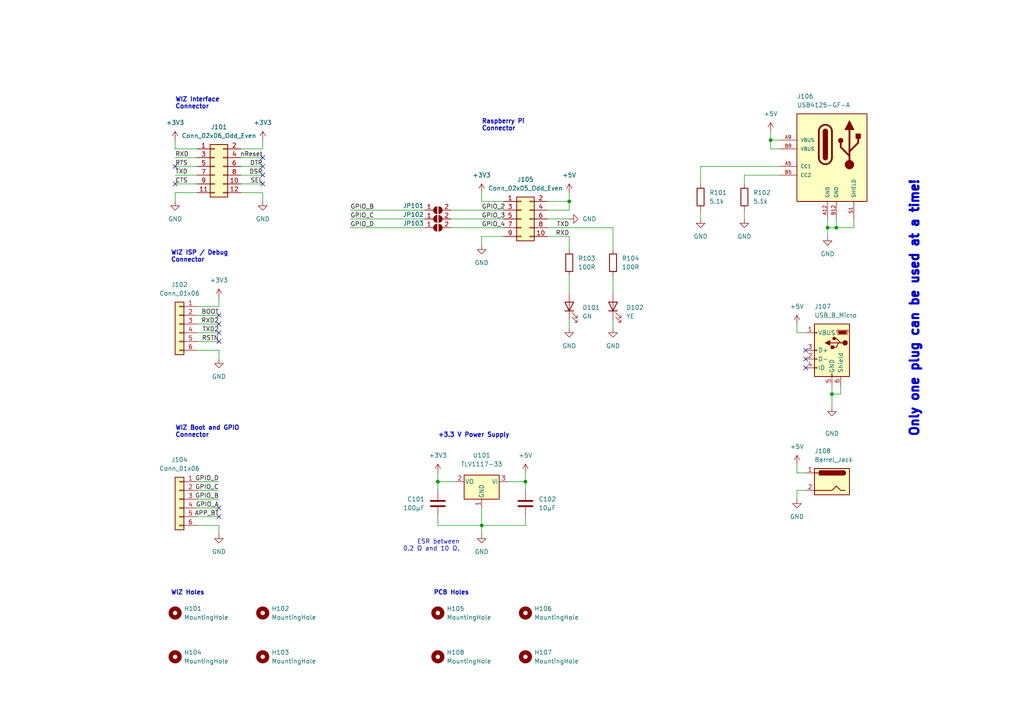
<source format=kicad_sch>
(kicad_sch (version 20230121) (generator eeschema)
  (paper "A4")
  (title_block (title "Raspberry Pi UART to Ethernet Adapter") (date "2024-01-26") (rev "A") (company "ElektroNik Zoller") (comment 1 "Nikolai Zoller") (comment 4 "CERN-OHL-P"))
  (lib_symbols
    (symbol "Connector:Barrel_Jack" (pin_names (offset 1.016))
      (property "Reference" "J" (at 0 5.334 0))
      (property "Value" "Barrel_Jack" (at 0 -5.08 0))
      (symbol "Barrel_Jack_0_1"
        (rectangle (start -5.08 3.81) (end 5.08 -3.81) (stroke (width 0.254)) (fill (type background)))
        (arc (start -3.302 3.175) (mid -3.9343 2.54) (end -3.302 1.905) (stroke (width 0.254)))
        (arc (start -3.302 3.175) (mid -3.9343 2.54) (end -3.302 1.905) (stroke (width 0.254)) (fill (type outline)))
        (polyline (pts (xy 5.08 2.54) (xy 3.81 2.54)) (stroke (width 0.254)))
        (polyline (pts (xy -3.81 -2.54) (xy -2.54 -2.54) (xy -1.27 -1.27) (xy 0 -2.54) (xy 2.54 -2.54) (xy 5.08 -2.54)) (stroke (width 0.254)))
        (rectangle (start 3.683 3.175) (end -3.302 1.905) (stroke (width 0.254)) (fill (type outline)))
      )
      (symbol "Barrel_Jack_1_1"
        (pin passive line (at 7.62 2.54 180) (length 2.54) (name "~") (number "1"))
        (pin passive line (at 7.62 -2.54 180) (length 2.54) (name "~") (number "2"))
      )
    )
    (symbol "Connector:USB_B_Micro" (pin_names (offset 1.016))
      (property "Reference" "J" (at -5.08 11.43 0))
      (property "Value" "USB_B_Micro" (at -5.08 8.89 0))
      (symbol "USB_B_Micro_0_1"
        (rectangle (start -5.08 -7.62) (end 5.08 7.62) (stroke (width 0.254)) (fill (type background)))
        (circle (center -3.81 2.159) (radius 0.635) (stroke (width 0.254)) (fill (type outline)))
        (circle (center -0.635 3.429) (radius 0.381) (stroke (width 0.254)) (fill (type outline)))
        (rectangle (start -0.127 -7.62) (end 0.127 -6.858))
        (polyline (pts (xy -1.905 2.159) (xy 0.635 2.159)) (stroke (width 0.254)))
        (polyline (pts (xy -3.175 2.159) (xy -2.54 2.159) (xy -1.27 3.429) (xy -0.635 3.429)) (stroke (width 0.254)))
        (polyline (pts (xy -2.54 2.159) (xy -1.905 2.159) (xy -1.27 0.889) (xy 0 0.889)) (stroke (width 0.254)))
        (polyline (pts (xy 0.635 2.794) (xy 0.635 1.524) (xy 1.905 2.159) (xy 0.635 2.794)) (stroke (width 0.254)) (fill (type outline)))
        (polyline (pts (xy -4.318 5.588) (xy -1.778 5.588) (xy -2.032 4.826) (xy -4.064 4.826) (xy -4.318 5.588)) (fill (type outline)))
        (polyline (pts (xy -4.699 5.842) (xy -4.699 5.588) (xy -4.445 4.826) (xy -4.445 4.572) (xy -1.651 4.572) (xy -1.651 4.826) (xy -1.397 5.588) (xy -1.397 5.842) (xy -4.699 5.842)))
        (rectangle (start 0.254 1.27) (end -0.508 0.508) (stroke (width 0.254)) (fill (type outline)))
        (rectangle (start 5.08 -5.207) (end 4.318 -4.953))
        (rectangle (start 5.08 -2.667) (end 4.318 -2.413))
        (rectangle (start 5.08 -0.127) (end 4.318 0.127))
        (rectangle (start 5.08 4.953) (end 4.318 5.207))
      )
      (symbol "USB_B_Micro_1_1"
        (pin power_out line (at 7.62 5.08 180) (length 2.54) (name "VBUS") (number "1"))
        (pin bidirectional line (at 7.62 -2.54 180) (length 2.54) (name "D-") (number "2"))
        (pin bidirectional line (at 7.62 0 180) (length 2.54) (name "D+") (number "3"))
        (pin passive line (at 7.62 -5.08 180) (length 2.54) (name "ID") (number "4"))
        (pin power_out line (at 0 -10.16 90) (length 2.54) (name "GND") (number "5"))
        (pin passive line (at -2.54 -10.16 90) (length 2.54) (name "Shield") (number "6"))
      )
    )
    (symbol "Connector_Generic:Conn_01x06" (pin_names (offset 1.016) hide)
      (property "Reference" "J" (at 0 7.62 0))
      (property "Value" "Conn_01x06" (at 0 -10.16 0))
      (symbol "Conn_01x06_1_1"
        (rectangle (start -1.27 -7.493) (end 0 -7.747) (stroke (width 0.1524)))
        (rectangle (start -1.27 -4.953) (end 0 -5.207) (stroke (width 0.1524)))
        (rectangle (start -1.27 -2.413) (end 0 -2.667) (stroke (width 0.1524)))
        (rectangle (start -1.27 0.127) (end 0 -0.127) (stroke (width 0.1524)))
        (rectangle (start -1.27 2.667) (end 0 2.413) (stroke (width 0.1524)))
        (rectangle (start -1.27 5.207) (end 0 4.953) (stroke (width 0.1524)))
        (rectangle (start -1.27 6.35) (end 1.27 -8.89) (stroke (width 0.254)) (fill (type background)))
        (pin passive line (at -5.08 5.08 0) (length 3.81) (name "Pin_1") (number "1"))
        (pin passive line (at -5.08 2.54 0) (length 3.81) (name "Pin_2") (number "2"))
        (pin passive line (at -5.08 0 0) (length 3.81) (name "Pin_3") (number "3"))
        (pin passive line (at -5.08 -2.54 0) (length 3.81) (name "Pin_4") (number "4"))
        (pin passive line (at -5.08 -5.08 0) (length 3.81) (name "Pin_5") (number "5"))
        (pin passive line (at -5.08 -7.62 0) (length 3.81) (name "Pin_6") (number "6"))
      )
    )
    (symbol "Connector_Generic:Conn_02x05_Odd_Even" (pin_names (offset 1.016) hide)
      (property "Reference" "J" (at 1.27 7.62 0))
      (property "Value" "Conn_02x05_Odd_Even" (at 1.27 -7.62 0))
      (symbol "Conn_02x05_Odd_Even_1_1"
        (rectangle (start -1.27 -4.953) (end 0 -5.207) (stroke (width 0.1524)))
        (rectangle (start -1.27 -2.413) (end 0 -2.667) (stroke (width 0.1524)))
        (rectangle (start -1.27 0.127) (end 0 -0.127) (stroke (width 0.1524)))
        (rectangle (start -1.27 2.667) (end 0 2.413) (stroke (width 0.1524)))
        (rectangle (start -1.27 5.207) (end 0 4.953) (stroke (width 0.1524)))
        (rectangle (start -1.27 6.35) (end 3.81 -6.35) (stroke (width 0.254)) (fill (type background)))
        (rectangle (start 3.81 -4.953) (end 2.54 -5.207) (stroke (width 0.1524)))
        (rectangle (start 3.81 -2.413) (end 2.54 -2.667) (stroke (width 0.1524)))
        (rectangle (start 3.81 0.127) (end 2.54 -0.127) (stroke (width 0.1524)))
        (rectangle (start 3.81 2.667) (end 2.54 2.413) (stroke (width 0.1524)))
        (rectangle (start 3.81 5.207) (end 2.54 4.953) (stroke (width 0.1524)))
        (pin passive line (at -5.08 5.08 0) (length 3.81) (name "Pin_1") (number "1"))
        (pin passive line (at 7.62 -5.08 180) (length 3.81) (name "Pin_10") (number "10"))
        (pin passive line (at 7.62 5.08 180) (length 3.81) (name "Pin_2") (number "2"))
        (pin passive line (at -5.08 2.54 0) (length 3.81) (name "Pin_3") (number "3"))
        (pin passive line (at 7.62 2.54 180) (length 3.81) (name "Pin_4") (number "4"))
        (pin passive line (at -5.08 0 0) (length 3.81) (name "Pin_5") (number "5"))
        (pin passive line (at 7.62 0 180) (length 3.81) (name "Pin_6") (number "6"))
        (pin passive line (at -5.08 -2.54 0) (length 3.81) (name "Pin_7") (number "7"))
        (pin passive line (at 7.62 -2.54 180) (length 3.81) (name "Pin_8") (number "8"))
        (pin passive line (at -5.08 -5.08 0) (length 3.81) (name "Pin_9") (number "9"))
      )
    )
    (symbol "Connector_Generic:Conn_02x06_Odd_Even" (pin_names (offset 1.016) hide)
      (property "Reference" "J" (at 1.27 7.62 0))
      (property "Value" "Conn_02x06_Odd_Even" (at 1.27 -10.16 0))
      (symbol "Conn_02x06_Odd_Even_1_1"
        (rectangle (start -1.27 -7.493) (end 0 -7.747) (stroke (width 0.1524)))
        (rectangle (start -1.27 -4.953) (end 0 -5.207) (stroke (width 0.1524)))
        (rectangle (start -1.27 -2.413) (end 0 -2.667) (stroke (width 0.1524)))
        (rectangle (start -1.27 0.127) (end 0 -0.127) (stroke (width 0.1524)))
        (rectangle (start -1.27 2.667) (end 0 2.413) (stroke (width 0.1524)))
        (rectangle (start -1.27 5.207) (end 0 4.953) (stroke (width 0.1524)))
        (rectangle (start -1.27 6.35) (end 3.81 -8.89) (stroke (width 0.254)) (fill (type background)))
        (rectangle (start 3.81 -7.493) (end 2.54 -7.747) (stroke (width 0.1524)))
        (rectangle (start 3.81 -4.953) (end 2.54 -5.207) (stroke (width 0.1524)))
        (rectangle (start 3.81 -2.413) (end 2.54 -2.667) (stroke (width 0.1524)))
        (rectangle (start 3.81 0.127) (end 2.54 -0.127) (stroke (width 0.1524)))
        (rectangle (start 3.81 2.667) (end 2.54 2.413) (stroke (width 0.1524)))
        (rectangle (start 3.81 5.207) (end 2.54 4.953) (stroke (width 0.1524)))
        (pin passive line (at -5.08 5.08 0) (length 3.81) (name "Pin_1") (number "1"))
        (pin passive line (at 7.62 -5.08 180) (length 3.81) (name "Pin_10") (number "10"))
        (pin passive line (at -5.08 -7.62 0) (length 3.81) (name "Pin_11") (number "11"))
        (pin passive line (at 7.62 -7.62 180) (length 3.81) (name "Pin_12") (number "12"))
        (pin passive line (at 7.62 5.08 180) (length 3.81) (name "Pin_2") (number "2"))
        (pin passive line (at -5.08 2.54 0) (length 3.81) (name "Pin_3") (number "3"))
        (pin passive line (at 7.62 2.54 180) (length 3.81) (name "Pin_4") (number "4"))
        (pin passive line (at -5.08 0 0) (length 3.81) (name "Pin_5") (number "5"))
        (pin passive line (at 7.62 0 180) (length 3.81) (name "Pin_6") (number "6"))
        (pin passive line (at -5.08 -2.54 0) (length 3.81) (name "Pin_7") (number "7"))
        (pin passive line (at 7.62 -2.54 180) (length 3.81) (name "Pin_8") (number "8"))
        (pin passive line (at -5.08 -5.08 0) (length 3.81) (name "Pin_9") (number "9"))
      )
    )
    (symbol "Connector_User:USB4125-GF-A" (pin_names (offset 1.016))
      (property "Reference" "J" (at -10.16 16.51 0))
      (property "Value" "USB4125-GF-A" (at -10.16 16.51 0))
      (symbol "USB4125-GF-A_0_0"
        (rectangle (start -10.16 12.7) (end 10.16 -12.7) (stroke (width 0.254)) (fill (type background)))
        (pin bidirectional line (at -15.24 -2.54 0) (length 5.08) (name "CC1") (number "A5"))
        (pin bidirectional line (at -15.24 -5.08 0) (length 5.08) (name "CC2") (number "B5"))
        (pin passive line (at 6.35 -17.78 90) (length 5.08) (name "SHIELD") (number "S1"))
      )
      (symbol "USB4125-GF-A_0_1"
        (arc (start -3.81 0) (mid -1.905 -1.8967) (end 0 0) (stroke (width 0.508)))
        (arc (start -2.54 0) (mid -1.905 -0.6323) (end -1.27 0) (stroke (width 0.254)))
        (arc (start -2.54 0) (mid -1.905 -0.6323) (end -1.27 0) (stroke (width 0.254)) (fill (type outline)))
        (rectangle (start -2.54 0) (end -1.27 7.62) (stroke (width 0.254)) (fill (type outline)))
        (arc (start -1.27 7.62) (mid -1.905 8.2523) (end -2.54 7.62) (stroke (width 0.254)))
        (arc (start -1.27 7.62) (mid -1.905 8.2523) (end -2.54 7.62) (stroke (width 0.254)) (fill (type outline)))
        (polyline (pts (xy -3.81 0) (xy -3.81 7.62)) (stroke (width 0.508)))
        (polyline (pts (xy 0 7.62) (xy 0 0)) (stroke (width 0.508)))
        (polyline (pts (xy 5.08 -2.032) (xy 5.08 8.128)) (stroke (width 0.508)))
        (polyline (pts (xy 5.08 0.508) (xy 2.54 3.048) (xy 2.54 4.318)) (stroke (width 0.508)))
        (polyline (pts (xy 5.08 1.778) (xy 7.62 4.318) (xy 7.62 5.588)) (stroke (width 0.508)))
        (polyline (pts (xy 3.81 8.128) (xy 5.08 10.668) (xy 6.35 8.128) (xy 3.81 8.128)) (stroke (width 0.254)) (fill (type outline)))
        (arc (start 0 7.62) (mid -1.905 9.5167) (end -3.81 7.62) (stroke (width 0.508)))
        (circle (center 2.54 4.953) (radius 0.635) (stroke (width 0.254)) (fill (type outline)))
        (circle (center 5.08 -2.032) (radius 1.27) (fill (type outline)))
        (rectangle (start 6.985 5.588) (end 8.255 6.858) (stroke (width 0.254)) (fill (type outline)))
      )
      (symbol "USB4125-GF-A_1_0"
        (pin power_out line (at -1.27 -17.78 90) (length 5.08) (name "GND") (number "A12"))
        (pin power_out line (at -15.24 5.08 0) (length 5.08) (name "VBUS") (number "A9"))
        (pin passive line (at 1.27 -17.78 90) (length 5.08) (name "GND") (number "B12"))
        (pin passive line (at -15.24 2.54 0) (length 5.08) (name "VBUS") (number "B9"))
      )
    )
    (symbol "Device:C" (pin_numbers hide) (pin_names (offset 0.254))
      (property "Reference" "C" (at 0.635 2.54 0))
      (property "Value" "C" (at 0.635 -2.54 0))
      (symbol "C_0_1"
        (polyline (pts (xy -2.032 -0.762) (xy 2.032 -0.762)) (stroke (width 0.508)))
        (polyline (pts (xy -2.032 0.762) (xy 2.032 0.762)) (stroke (width 0.508)))
      )
      (symbol "C_1_1"
        (pin passive line (at 0 3.81 270) (length 2.794) (name "~") (number "1"))
        (pin passive line (at 0 -3.81 90) (length 2.794) (name "~") (number "2"))
      )
    )
    (symbol "Device:LED" (pin_numbers hide) (pin_names (offset 1.016) hide)
      (property "Reference" "D" (at 0 2.54 0))
      (property "Value" "LED" (at 0 -2.54 0))
      (symbol "LED_0_1"
        (polyline (pts (xy -1.27 -1.27) (xy -1.27 1.27)) (stroke (width 0.254)))
        (polyline (pts (xy -1.27 0) (xy 1.27 0)))
        (polyline (pts (xy 1.27 -1.27) (xy 1.27 1.27) (xy -1.27 0) (xy 1.27 -1.27)) (stroke (width 0.254)))
        (polyline (pts (xy -3.048 -0.762) (xy -4.572 -2.286) (xy -3.81 -2.286) (xy -4.572 -2.286) (xy -4.572 -1.524)))
        (polyline (pts (xy -1.778 -0.762) (xy -3.302 -2.286) (xy -2.54 -2.286) (xy -3.302 -2.286) (xy -3.302 -1.524)))
      )
      (symbol "LED_1_1"
        (pin passive line (at -3.81 0 0) (length 2.54) (name "K") (number "1"))
        (pin passive line (at 3.81 0 180) (length 2.54) (name "A") (number "2"))
      )
    )
    (symbol "Device:R" (pin_numbers hide) (pin_names (offset 0))
      (property "Reference" "R" (at 2.032 0 90))
      (property "Value" "R" (at 0 0 90))
      (symbol "R_0_1"
        (rectangle (start -1.016 -2.54) (end 1.016 2.54) (stroke (width 0.254)))
      )
      (symbol "R_1_1"
        (pin passive line (at 0 3.81 270) (length 1.27) (name "~") (number "1"))
        (pin passive line (at 0 -3.81 90) (length 1.27) (name "~") (number "2"))
      )
    )
    (symbol "Jumper:SolderJumper_2_Open" (pin_names (offset 0) hide)
      (property "Reference" "JP" (at 0 2.032 0))
      (property "Value" "SolderJumper_2_Open" (at 0 -2.54 0))
      (symbol "SolderJumper_2_Open_0_1"
        (arc (start -0.254 1.016) (mid -1.2656 0) (end -0.254 -1.016))
        (arc (start -0.254 1.016) (mid -1.2656 0) (end -0.254 -1.016) (fill (type outline)))
        (polyline (pts (xy -0.254 1.016) (xy -0.254 -1.016)))
        (polyline (pts (xy 0.254 1.016) (xy 0.254 -1.016)))
        (arc (start 0.254 -1.016) (mid 1.2656 0) (end 0.254 1.016))
        (arc (start 0.254 -1.016) (mid 1.2656 0) (end 0.254 1.016) (fill (type outline)))
      )
      (symbol "SolderJumper_2_Open_1_1"
        (pin passive line (at -3.81 0 0) (length 2.54) (name "A") (number "1"))
        (pin passive line (at 3.81 0 180) (length 2.54) (name "B") (number "2"))
      )
    )
    (symbol "Mechanical:MountingHole" (pin_names (offset 1.016))
      (property "Reference" "H" (at 0 5.08 0))
      (property "Value" "MountingHole" (at 0 3.175 0))
      (symbol "MountingHole_0_1"
        (circle (center 0 0) (radius 1.27) (stroke (width 1.27)))
      )
    )
    (symbol "Regulator_Linear:TLV1117-33" (pin_names (offset 0.254))
      (property "Reference" "U" (at -3.81 3.175 0))
      (property "Value" "TLV1117-33" (at 0 3.175 0))
      (symbol "TLV1117-33_0_1"
        (rectangle (start -5.08 -5.08) (end 5.08 1.905) (stroke (width 0.254)) (fill (type background)))
      )
      (symbol "TLV1117-33_1_1"
        (pin power_in line (at 0 -7.62 90) (length 2.54) (name "GND") (number "1"))
        (pin power_out line (at 7.62 0 180) (length 2.54) (name "VO") (number "2"))
        (pin power_in line (at -7.62 0 0) (length 2.54) (name "VI") (number "3"))
      )
    )
    (symbol "power:+3V3" (power) (pin_names (offset 0))
      (property "Value" "+3V3" (at 0 3.556 0))
      (symbol "+3V3_0_1"
        (polyline (pts (xy -0.762 1.27) (xy 0 2.54)))
        (polyline (pts (xy 0 0) (xy 0 2.54)))
        (polyline (pts (xy 0 2.54) (xy 0.762 1.27)))
      )
      (symbol "+3V3_1_1"
        (pin power_in line (at 0 0 90) (length 0) hide (name "+3V3") (number "1"))
      )
    )
    (symbol "power:+5V" (power) (pin_names (offset 0))
      (property "Value" "+5V" (at 0 3.556 0))
      (symbol "+5V_0_1"
        (polyline (pts (xy -0.762 1.27) (xy 0 2.54)))
        (polyline (pts (xy 0 0) (xy 0 2.54)))
        (polyline (pts (xy 0 2.54) (xy 0.762 1.27)))
      )
      (symbol "+5V_1_1"
        (pin power_in line (at 0 0 90) (length 0) hide (name "+5V") (number "1"))
      )
    )
    (symbol "power:GND" (power) (pin_names (offset 0))
      (property "Value" "GND" (at 0 -3.81 0))
      (symbol "GND_0_1"
        (polyline (pts (xy 0 0) (xy 0 -1.27) (xy 1.27 -1.27) (xy 0 -2.54) (xy -1.27 -1.27) (xy 0 -1.27)))
      )
      (symbol "GND_1_1"
        (pin power_in line (at 0 0 270) (length 0) hide (name "GND") (number "1"))
      )
    )
  )
  (junction (at 152.4 139.7))
  (junction (at 242.57 66.04))
  (junction (at 240.03 66.04))
  (junction (at 139.7 152.4))
  (junction (at 165.1 58.42))
  (junction (at 241.3 114.3))
  (junction (at 127 139.7))
  (junction (at 223.52 40.64))
  (no_connect (at 76.2 50.8))
  (no_connect (at 233.68 104.14))
  (no_connect (at 76.2 48.26))
  (no_connect (at 63.5 96.52))
  (no_connect (at 233.68 101.6))
  (no_connect (at 63.5 91.44))
  (no_connect (at 63.5 99.06))
  (no_connect (at 63.5 147.32))
  (no_connect (at 50.8 53.34))
  (no_connect (at 50.8 48.26))
  (no_connect (at 63.5 93.98))
  (no_connect (at 76.2 53.34))
  (no_connect (at 76.2 45.72))
  (no_connect (at 63.5 149.86))
  (no_connect (at 233.68 106.68))
  (wire (pts (xy 63.5 147.32) (xy 57.15 147.32)))
  (wire (pts (xy 226.06 40.64) (xy 223.52 40.64)))
  (wire (pts (xy 165.1 58.42) (xy 165.1 55.88)))
  (wire (pts (xy 177.8 80.01) (xy 177.8 85.09)))
  (wire (pts (xy 231.14 144.78) (xy 231.14 142.24)))
  (wire (pts (xy 158.75 60.96) (xy 165.1 60.96)))
  (wire (pts (xy 241.3 114.3) (xy 241.3 118.11)))
  (wire (pts (xy 203.2 48.26) (xy 226.06 48.26)))
  (wire (pts (xy 152.4 139.7) (xy 152.4 137.16)))
  (wire (pts (xy 203.2 48.26) (xy 203.2 53.34)))
  (wire (pts (xy 63.5 88.9) (xy 57.15 88.9)))
  (wire (pts (xy 50.8 40.64) (xy 50.8 43.18)))
  (wire (pts (xy 243.84 111.76) (xy 243.84 114.3)))
  (wire (pts (xy 231.14 142.24) (xy 233.68 142.24)))
  (wire (pts (xy 203.2 60.96) (xy 203.2 63.5)))
  (wire (pts (xy 127 152.4) (xy 139.7 152.4)))
  (wire (pts (xy 76.2 40.64) (xy 76.2 43.18)))
  (wire (pts (xy 233.68 96.52) (xy 231.14 96.52)))
  (wire (pts (xy 50.8 55.88) (xy 57.15 55.88)))
  (wire (pts (xy 130.81 66.04) (xy 146.05 66.04)))
  (wire (pts (xy 242.57 66.04) (xy 247.65 66.04)))
  (wire (pts (xy 63.5 96.52) (xy 57.15 96.52)))
  (wire (pts (xy 130.81 63.5) (xy 146.05 63.5)))
  (wire (pts (xy 226.06 43.18) (xy 223.52 43.18)))
  (wire (pts (xy 165.1 68.58) (xy 158.75 68.58)))
  (wire (pts (xy 240.03 66.04) (xy 242.57 66.04)))
  (wire (pts (xy 139.7 152.4) (xy 139.7 154.94)))
  (wire (pts (xy 63.5 91.44) (xy 57.15 91.44)))
  (wire (pts (xy 130.81 60.96) (xy 146.05 60.96)))
  (wire (pts (xy 57.15 149.86) (xy 63.5 149.86)))
  (wire (pts (xy 63.5 101.6) (xy 63.5 104.14)))
  (wire (pts (xy 215.9 50.8) (xy 215.9 53.34)))
  (wire (pts (xy 165.1 92.71) (xy 165.1 95.25)))
  (wire (pts (xy 50.8 43.18) (xy 57.15 43.18)))
  (wire (pts (xy 147.32 139.7) (xy 152.4 139.7)))
  (wire (pts (xy 63.5 144.78) (xy 57.15 144.78)))
  (wire (pts (xy 158.75 58.42) (xy 165.1 58.42)))
  (wire (pts (xy 57.15 101.6) (xy 63.5 101.6)))
  (wire (pts (xy 127 139.7) (xy 132.08 139.7)))
  (wire (pts (xy 158.75 66.04) (xy 177.8 66.04)))
  (wire (pts (xy 146.05 68.58) (xy 139.7 68.58)))
  (wire (pts (xy 76.2 50.8) (xy 69.85 50.8)))
  (wire (pts (xy 247.65 63.5) (xy 247.65 66.04)))
  (wire (pts (xy 240.03 63.5) (xy 240.03 66.04)))
  (wire (pts (xy 226.06 50.8) (xy 215.9 50.8)))
  (wire (pts (xy 63.5 142.24) (xy 57.15 142.24)))
  (wire (pts (xy 223.52 43.18) (xy 223.52 40.64)))
  (wire (pts (xy 241.3 111.76) (xy 241.3 114.3)))
  (wire (pts (xy 139.7 55.88) (xy 139.7 58.42)))
  (wire (pts (xy 76.2 45.72) (xy 69.85 45.72)))
  (wire (pts (xy 165.1 80.01) (xy 165.1 85.09)))
  (wire (pts (xy 152.4 139.7) (xy 152.4 142.24)))
  (wire (pts (xy 127 149.86) (xy 127 152.4)))
  (wire (pts (xy 158.75 63.5) (xy 165.1 63.5)))
  (wire (pts (xy 177.8 92.71) (xy 177.8 95.25)))
  (wire (pts (xy 215.9 60.96) (xy 215.9 63.5)))
  (wire (pts (xy 165.1 60.96) (xy 165.1 58.42)))
  (wire (pts (xy 139.7 68.58) (xy 139.7 71.12)))
  (wire (pts (xy 165.1 68.58) (xy 165.1 72.39)))
  (wire (pts (xy 101.6 60.96) (xy 123.19 60.96)))
  (wire (pts (xy 101.6 66.04) (xy 123.19 66.04)))
  (wire (pts (xy 127 139.7) (xy 127 142.24)))
  (wire (pts (xy 63.5 139.7) (xy 57.15 139.7)))
  (wire (pts (xy 152.4 149.86) (xy 152.4 152.4)))
  (wire (pts (xy 127 137.16) (xy 127 139.7)))
  (wire (pts (xy 50.8 53.34) (xy 57.15 53.34)))
  (wire (pts (xy 69.85 48.26) (xy 76.2 48.26)))
  (wire (pts (xy 50.8 48.26) (xy 57.15 48.26)))
  (wire (pts (xy 101.6 63.5) (xy 123.19 63.5)))
  (wire (pts (xy 63.5 99.06) (xy 57.15 99.06)))
  (wire (pts (xy 63.5 93.98) (xy 57.15 93.98)))
  (wire (pts (xy 231.14 134.62) (xy 231.14 137.16)))
  (wire (pts (xy 242.57 63.5) (xy 242.57 66.04)))
  (wire (pts (xy 69.85 55.88) (xy 76.2 55.88)))
  (wire (pts (xy 139.7 147.32) (xy 139.7 152.4)))
  (wire (pts (xy 152.4 152.4) (xy 139.7 152.4)))
  (wire (pts (xy 243.84 114.3) (xy 241.3 114.3)))
  (wire (pts (xy 63.5 86.36) (xy 63.5 88.9)))
  (wire (pts (xy 177.8 66.04) (xy 177.8 72.39)))
  (wire (pts (xy 76.2 55.88) (xy 76.2 58.42)))
  (wire (pts (xy 76.2 43.18) (xy 69.85 43.18)))
  (wire (pts (xy 240.03 68.58) (xy 240.03 66.04)))
  (wire (pts (xy 231.14 96.52) (xy 231.14 93.98)))
  (wire (pts (xy 139.7 58.42) (xy 146.05 58.42)))
  (wire (pts (xy 76.2 53.34) (xy 69.85 53.34)))
  (wire (pts (xy 57.15 152.4) (xy 63.5 152.4)))
  (wire (pts (xy 223.52 38.1) (xy 223.52 40.64)))
  (wire (pts (xy 50.8 50.8) (xy 57.15 50.8)))
  (wire (pts (xy 50.8 58.42) (xy 50.8 55.88)))
  (wire (pts (xy 63.5 152.4) (xy 63.5 154.94)))
  (wire (pts (xy 231.14 137.16) (xy 233.68 137.16)))
  (wire (pts (xy 50.8 45.72) (xy 57.15 45.72)))
  (text "+3.3 V Power Supply" (at 127 127 0) (effects (font (size 1.27 1.27) (thickness 0.254) bold) (justify left bottom)))
  (text "WIZ Boot and GPIO\nConnector" (at 50.8 127 0) (effects (font (size 1.27 1.27) (thickness 0.254) bold) (justify left bottom)))
  (text "ESR between\n0.2 Ω and 10 Ω." (at 133.35 160.02 0) (effects (font (size 1.27 1.27)) (justify right bottom)))
  (text "Only one plug can be used at a time!" (at 266.7 127 90) (effects (font (size 2.54 2.54) (thickness 1.016) bold) (justify left bottom)))
  (text "WIZ ISP / Debug\nConnector" (at 49.53 76.2 0) (effects (font (size 1.27 1.27) (thickness 0.254) bold) (justify left bottom)))
  (text "Raspberry Pi\nConnector" (at 139.7 38.1 0) (effects (font (size 1.27 1.27) (thickness 0.254) bold) (justify left bottom)))
  (text "WIZ Holes" (at 49.53 172.72 0) (effects (font (size 1.27 1.27) (thickness 0.254) bold) (justify left bottom)))
  (text "PCB Holes" (at 125.73 172.72 0) (effects (font (size 1.27 1.27) (thickness 0.254) bold) (justify left bottom)))
  (text "WIZ Interface\nConnector" (at 50.8 31.75 0) (effects (font (size 1.27 1.27) (thickness 0.254) bold) (justify left bottom)))
  (label "GPIO_2" (at 139.7 60.96 0))
  (label "GPIO_D" (at 101.6 66.04 0))
  (label "RTS" (at 50.8 48.26 0))
  (label "CTS" (at 50.8 53.34 0))
  (label "RXD2" (at 63.5 93.98 180))
  (label "GPIO_4" (at 139.7 66.04 0))
  (label "nReset" (at 76.2 45.72 180))
  (label "GPIO_3" (at 139.7 63.5 0))
  (label "TXD" (at 165.1 66.04 180))
  (label "RSTN" (at 63.5 99.06 180))
  (label "GPIO_C" (at 63.5 142.24 180))
  (label "APP_BT" (at 63.5 149.86 180))
  (label "GPIO_A" (at 63.5 147.32 180))
  (label "TXD2" (at 63.5 96.52 180))
  (label "RXD" (at 165.1 68.58 180))
  (label "DSR" (at 76.2 50.8 180))
  (label "RXD" (at 50.8 45.72 0))
  (label "GPIO_C" (at 101.6 63.5 0))
  (label "GPIO_D" (at 63.5 139.7 180))
  (label "TXD" (at 50.8 50.8 0))
  (label "GPIO_B" (at 101.6 60.96 0))
  (label "BOOT" (at 63.5 91.44 180))
  (label "DTR" (at 76.2 48.26 180))
  (label "GPIO_B" (at 63.5 144.78 180))
  (label "SEL" (at 76.2 53.34 180))
  (symbol (lib_id "power:+5V") (at 152.4 137.16 0) (unit 1)
    (property "Reference" "#PWR0121" (effects hide))
    (property "Value" "+5V" (at 152.4 132.08 0))
  )
  (symbol (lib_id "Jumper:SolderJumper_2_Open") (at 127 60.96 0) (unit 1)
    (property "Reference" "JP101" (at 116.84 59.69 0) (effects (justify left)))
    (property "Value" "SolderJumper_2_Open" (effects hide))
    (property "Footprint" "Jumper:SolderJumper-2_P1.3mm_Open_TrianglePad1.0x1.5mm" (effects hide))
    (property "Manufacturer Part No." "-" (effects hide))
    (property "Vendor" "-" (effects hide))
    (property "Vendor Part No." "-" (effects hide))
  )
  (symbol (lib_id "Mechanical:MountingHole") (at 152.4 177.8 0) (unit 1)
    (property "Reference" "H106" (at 154.94 176.53 0) (effects (justify left)))
    (property "Value" "MountingHole" (at 154.94 179.07 0) (effects (justify left)))
    (property "Footprint" "MountingHole:MountingHole_3.2mm_M3_DIN965" (effects hide))
  )
  (symbol (lib_id "Device:LED") (at 165.1 88.9 90) (unit 1)
    (property "Reference" "D101" (at 168.91 89.2175 90) (effects (justify right)))
    (property "Value" "GN" (at 168.91 91.7575 90) (effects (justify right)))
    (property "Footprint" "LED_SMD:LED_0805_2012Metric_Pad1.15x1.40mm_HandSolder" (effects hide))
    (property "Datasheet" "https://www.digikey.ch/de/products/detail/rohm-semiconductor/SML-H12P8TT86/5053774" (effects hide))
    (property "Manufacturer Part No." "LTST-C171GKT" (effects hide))
    (property "Vendor" "Digikey" (effects hide))
    (property "Vendor Part No." "160-1423-1-ND" (effects hide))
  )
  (symbol (lib_id "Device:C") (at 127 146.05 0) (mirror y) (unit 1)
    (property "Reference" "C101" (at 123.19 144.7799 0) (effects (justify left)))
    (property "Value" "100µF" (at 123.19 147.3199 0) (effects (justify left)))
    (property "Footprint" "Capacitor_SMD:C_0805_2012Metric_Pad1.18x1.45mm_HandSolder" (effects hide))
    (property "Datasheet" "https://www.digikey.ch/de/products/detail/murata-electronics/GRM21BR61A476ME15L/4905529" (effects hide))
    (property "Manufacturer Part No." "TLJP107M006R5400" (effects hide))
    (property "Vendor" "Digikey" (effects hide))
    (property "Vendor Part No." "478-5260-1-ND" (effects hide))
  )
  (symbol (lib_id "Mechanical:MountingHole") (at 152.4 190.5 0) (unit 1)
    (property "Reference" "H107" (at 154.94 189.23 0) (effects (justify left)))
    (property "Value" "MountingHole" (at 154.94 191.77 0) (effects (justify left)))
    (property "Footprint" "MountingHole:MountingHole_3.2mm_M3_DIN965" (effects hide))
  )
  (symbol (lib_id "power:+5V") (at 231.14 134.62 0) (unit 1)
    (property "Reference" "#PWR0119" (effects hide))
    (property "Value" "+5V" (at 231.14 129.54 0))
  )
  (symbol (lib_id "Device:LED") (at 177.8 88.9 90) (unit 1)
    (property "Reference" "D102" (at 181.61 89.2175 90) (effects (justify right)))
    (property "Value" "YE" (at 181.61 91.7575 90) (effects (justify right)))
    (property "Footprint" "LED_SMD:LED_0805_2012Metric_Pad1.15x1.40mm_HandSolder" (effects hide))
    (property "Datasheet" "https://www.digikey.ch/de/products/detail/rohm-semiconductor/SML-H12P8TT86/5053774" (effects hide))
    (property "Manufacturer Part No." "LTST-C171YKT" (effects hide))
    (property "Vendor" "Digikey" (effects hide))
    (property "Vendor Part No." "160-1431-1-ND" (effects hide))
  )
  (symbol (lib_id "Connector_Generic:Conn_01x06") (at 52.07 144.78 0) (mirror y) (unit 1)
    (property "Reference" "J104" (at 52.07 133.35 0))
    (property "Value" "Conn_01x06" (at 52.07 135.89 0))
    (property "Footprint" "Connector_PinSocket_2.54mm:PinSocket_1x06_P2.54mm_Vertical" (effects hide))
    (property "Manufacturer Part No." "RS1-06-G" (effects hide))
    (property "Vendor" "Digikey" (effects hide))
    (property "Vendor Part No." "2057-RS1-06-G-ND" (effects hide))
  )
  (symbol (lib_id "Jumper:SolderJumper_2_Open") (at 127 66.04 0) (unit 1)
    (property "Reference" "JP103" (at 116.84 64.77 0) (effects (justify left)))
    (property "Value" "SolderJumper_2_Open" (effects hide))
    (property "Footprint" "Jumper:SolderJumper-2_P1.3mm_Open_TrianglePad1.0x1.5mm" (effects hide))
    (property "Manufacturer Part No." "-" (effects hide))
    (property "Vendor" "-" (effects hide))
    (property "Vendor Part No." "-" (effects hide))
  )
  (symbol (lib_id "power:GND") (at 139.7 154.94 0) (unit 1)
    (property "Reference" "#PWR0124" (effects hide))
    (property "Value" "GND" (at 139.7 160.02 0))
  )
  (symbol (lib_id "Jumper:SolderJumper_2_Open") (at 127 63.5 0) (unit 1)
    (property "Reference" "JP102" (at 116.84 62.23 0) (effects (justify left)))
    (property "Value" "SolderJumper_2_Open" (effects hide))
    (property "Footprint" "Jumper:SolderJumper-2_P1.3mm_Open_TrianglePad1.0x1.5mm" (effects hide))
    (property "Manufacturer Part No." "-" (effects hide))
    (property "Vendor" "-" (effects hide))
    (property "Vendor Part No." "-" (effects hide))
  )
  (symbol (lib_id "Connector:Barrel_Jack") (at 241.3 139.7 0) (mirror y) (unit 1)
    (property "Reference" "J108" (at 236.22 130.81 0) (effects (justify right)))
    (property "Value" "Barrel_Jack" (at 236.22 133.35 0) (effects (justify right)))
    (property "Footprint" "Connector_User:CUI_PJ-037A" (effects hide))
    (property "Manufacturer Part No." "PJ-037A" (effects hide))
    (property "Vendor" "Digikey" (effects hide))
    (property "Vendor Part No." "CP-037A-ND" (effects hide))
  )
  (symbol (lib_id "Device:R") (at 203.2 57.15 0) (unit 1)
    (property "Reference" "R101" (at 205.74 55.8799 0) (effects (justify left)))
    (property "Value" "5.1k" (at 205.74 58.4199 0) (effects (justify left)))
    (property "Footprint" "Resistor_SMD:R_0805_2012Metric_Pad1.20x1.40mm_HandSolder" (effects hide))
    (property "Manufacturer Part No." "RC0805FR-075K1L" (effects hide))
    (property "Vendor" "Digikey" (effects hide))
    (property "Vendor Part No." "311-5.10KCRCT-ND" (effects hide))
  )
  (symbol (lib_id "Device:R") (at 215.9 57.15 0) (unit 1)
    (property "Reference" "R102" (at 218.44 55.8799 0) (effects (justify left)))
    (property "Value" "5.1k" (at 218.44 58.4199 0) (effects (justify left)))
    (property "Footprint" "Resistor_SMD:R_0805_2012Metric_Pad1.20x1.40mm_HandSolder" (effects hide))
    (property "Manufacturer Part No." "RC0805FR-075K1L" (effects hide))
    (property "Vendor" "Digikey" (effects hide))
    (property "Vendor Part No." "311-5.10KCRCT-ND" (effects hide))
  )
  (symbol (lib_id "power:GND") (at 76.2 58.42 0) (unit 1)
    (property "Reference" "#PWR0107" (effects hide))
    (property "Value" "GND" (at 76.2 63.5 0))
  )
  (symbol (lib_id "power:+3V3") (at 139.7 55.88 0) (unit 1)
    (property "Reference" "#PWR0104" (effects hide))
    (property "Value" "+3V3" (at 139.7 50.8 0))
  )
  (symbol (lib_id "Mechanical:MountingHole") (at 127 177.8 0) (unit 1)
    (property "Reference" "H105" (at 129.54 176.53 0) (effects (justify left)))
    (property "Value" "MountingHole" (at 129.54 179.07 0) (effects (justify left)))
    (property "Footprint" "MountingHole:MountingHole_3.2mm_M3_DIN965" (effects hide))
  )
  (symbol (lib_id "power:+3V3") (at 63.5 86.36 0) (unit 1)
    (property "Reference" "#PWR0113" (effects hide))
    (property "Value" "+3V3" (at 63.5 81.28 0))
  )
  (symbol (lib_id "power:GND") (at 241.3 118.11 0) (unit 1)
    (property "Reference" "#PWR0118" (effects hide))
    (property "Value" "GND" (at 241.3 125.73 0))
  )
  (symbol (lib_id "power:GND") (at 240.03 68.58 0) (unit 1)
    (property "Reference" "#PWR0112" (effects hide))
    (property "Value" "GND" (at 240.03 73.66 0))
  )
  (symbol (lib_id "power:+3V3") (at 76.2 40.64 0) (unit 1)
    (property "Reference" "#PWR0103" (effects hide))
    (property "Value" "+3V3" (at 76.2 35.56 0))
  )
  (symbol (lib_id "Mechanical:MountingHole") (at 127 190.5 0) (unit 1)
    (property "Reference" "H108" (at 129.54 189.23 0) (effects (justify left)))
    (property "Value" "MountingHole" (at 129.54 191.77 0) (effects (justify left)))
    (property "Footprint" "MountingHole:MountingHole_3.2mm_M3_DIN965" (effects hide))
  )
  (symbol (lib_id "power:GND") (at 177.8 95.25 0) (unit 1)
    (property "Reference" "#PWR0116" (effects hide))
    (property "Value" "GND" (at 177.8 100.33 0))
  )
  (symbol (lib_id "Mechanical:MountingHole") (at 50.8 177.8 0) (unit 1)
    (property "Reference" "H101" (at 53.34 176.53 0) (effects (justify left)))
    (property "Value" "MountingHole" (at 53.34 179.07 0) (effects (justify left)))
    (property "Footprint" "MountingHole:MountingHole_2.7mm_M2.5_DIN965" (effects hide))
  )
  (symbol (lib_id "power:+5V") (at 223.52 38.1 0) (unit 1)
    (property "Reference" "#PWR0101" (effects hide))
    (property "Value" "+5V" (at 223.52 33.02 0))
  )
  (symbol (lib_id "power:+3V3") (at 50.8 40.64 0) (unit 1)
    (property "Reference" "#PWR0102" (effects hide))
    (property "Value" "+3V3" (at 50.8 35.56 0))
  )
  (symbol (lib_id "power:GND") (at 231.14 144.78 0) (unit 1)
    (property "Reference" "#PWR0122" (effects hide))
    (property "Value" "GND" (at 231.14 149.86 0))
  )
  (symbol (lib_id "Device:R") (at 165.1 76.2 0) (unit 1)
    (property "Reference" "R103" (at 167.64 74.9299 0) (effects (justify left)))
    (property "Value" "100R" (at 167.64 77.4699 0) (effects (justify left)))
    (property "Footprint" "Resistor_SMD:R_0805_2012Metric_Pad1.20x1.40mm_HandSolder" (effects hide))
    (property "Manufacturer Part No." "RC0805FR-07100RL" (effects hide))
    (property "Vendor" "Digikey" (effects hide))
    (property "Vendor Part No." "311-100CRCT-ND" (effects hide))
  )
  (symbol (lib_id "Connector_Generic:Conn_02x06_Odd_Even") (at 62.23 48.26 0) (unit 1)
    (property "Reference" "J101" (at 63.5 36.83 0))
    (property "Value" "Conn_02x06_Odd_Even" (at 63.5 39.37 0))
    (property "Footprint" "Connector_PinSocket_2.54mm:PinSocket_2x06_P2.54mm_Vertical" (effects hide))
    (property "Manufacturer Part No." "RS2-12-G" (effects hide))
    (property "Vendor" "Digikey" (effects hide))
    (property "Vendor Part No." "2057-RS2-12-G-ND" (effects hide))
  )
  (symbol (lib_id "power:+3V3") (at 127 137.16 0) (unit 1)
    (property "Reference" "#PWR0120" (effects hide))
    (property "Value" "+3V3" (at 127 132.08 0))
  )
  (symbol (lib_id "power:GND") (at 50.8 58.42 0) (unit 1)
    (property "Reference" "#PWR0106" (effects hide))
    (property "Value" "GND" (at 50.8 63.5 0))
  )
  (symbol (lib_id "power:+5V") (at 165.1 55.88 0) (unit 1)
    (property "Reference" "#PWR0105" (effects hide))
    (property "Value" "+5V" (at 165.1 50.8 0))
  )
  (symbol (lib_id "Mechanical:MountingHole") (at 76.2 177.8 0) (unit 1)
    (property "Reference" "H102" (at 78.74 176.53 0) (effects (justify left)))
    (property "Value" "MountingHole" (at 78.74 179.07 0) (effects (justify left)))
    (property "Footprint" "MountingHole:MountingHole_2.7mm_M2.5_DIN965" (effects hide))
  )
  (symbol (lib_id "Connector:USB_B_Micro") (at 241.3 101.6 0) (mirror y) (unit 1)
    (property "Reference" "J107" (at 236.22 88.9 0) (effects (justify right)))
    (property "Value" "USB_B_Micro" (at 236.22 91.44 0) (effects (justify right)))
    (property "Footprint" "Connector_USB:USB_Micro-B_Amphenol_10118194_Horizontal" (effects hide))
    (property "Manufacturer Part No." "10118194-0001LF" (effects hide))
    (property "Vendor" "Digikey" (effects hide))
    (property "Vendor Part No." "609-4618-1-ND" (effects hide))
  )
  (symbol (lib_id "power:+5V") (at 231.14 93.98 0) (unit 1)
    (property "Reference" "#PWR0114" (effects hide))
    (property "Value" "+5V" (at 231.14 88.9 0))
  )
  (symbol (lib_id "power:GND") (at 63.5 154.94 0) (unit 1)
    (property "Reference" "#PWR0123" (effects hide))
    (property "Value" "GND" (at 63.5 160.02 0))
  )
  (symbol (lib_id "Mechanical:MountingHole") (at 76.2 190.5 0) (unit 1)
    (property "Reference" "H103" (at 78.74 189.23 0) (effects (justify left)))
    (property "Value" "MountingHole" (at 78.74 191.77 0) (effects (justify left)))
    (property "Footprint" "MountingHole:MountingHole_2.7mm_M2.5_DIN965" (effects hide))
  )
  (symbol (lib_id "Connector_User:USB4125-GF-A") (at 241.3 45.72 0) (unit 1)
    (property "Reference" "J106" (at 231.14 27.94 0) (effects (justify left)))
    (property "Value" "USB4125-GF-A" (at 231.14 30.48 0) (effects (justify left)))
    (property "Footprint" "Connector_User:GCT_USB4125-GF-A" (effects hide))
    (property "Manufacturer Part No." "USB4125-GF-A" (effects hide))
    (property "Vendor" "Digikey" (effects hide))
    (property "Vendor Part No." "2073-USB4125-GF-ACT-ND" (effects hide))
  )
  (symbol (lib_id "power:GND") (at 63.5 104.14 0) (unit 1)
    (property "Reference" "#PWR0117" (effects hide))
    (property "Value" "GND" (at 63.5 109.22 0))
  )
  (symbol (lib_id "power:GND") (at 215.9 63.5 0) (unit 1)
    (property "Reference" "#PWR0110" (effects hide))
    (property "Value" "GND" (at 215.9 68.58 0))
  )
  (symbol (lib_id "power:GND") (at 165.1 63.5 90) (unit 1)
    (property "Reference" "#PWR0108" (effects hide))
    (property "Value" "GND" (at 168.91 63.4999 90) (effects (justify right)))
  )
  (symbol (lib_id "Regulator_Linear:TLV1117-33") (at 139.7 139.7 0) (mirror y) (unit 1)
    (property "Reference" "U101" (at 139.7 132.08 0))
    (property "Value" "TLV1117-33" (at 139.7 134.62 0))
    (property "Footprint" "Package_TO_SOT_SMD:SOT-223-3_TabPin2" (effects hide))
    (property "Datasheet" "http://www.ti.com/lit/ds/symlink/tlv1117.pdf" (effects hide))
    (property "Manufacturer Part No." "TLV1117-33CDCYR" (effects hide))
    (property "Vendor" "Digikey" (effects hide))
    (property "Vendor Part No." "296-21112-1-ND" (effects hide))
  )
  (symbol (lib_id "power:GND") (at 139.7 71.12 0) (unit 1)
    (property "Reference" "#PWR0111" (effects hide))
    (property "Value" "GND" (at 139.7 76.2 0))
  )
  (symbol (lib_id "Device:C") (at 152.4 146.05 0) (unit 1)
    (property "Reference" "C102" (at 156.21 144.78 0) (effects (justify left)))
    (property "Value" "10µF" (at 156.21 147.32 0) (effects (justify left)))
    (property "Footprint" "Capacitor_SMD:C_0805_2012Metric_Pad1.18x1.45mm_HandSolder" (effects hide))
    (property "Datasheet" "https://www.digikey.ch/de/products/detail/murata-electronics/GRM21BR71H474KA88L/702592" (effects hide))
    (property "Manufacturer Part No." "CL21A106KOQNNNE" (effects hide))
    (property "Vendor" "Digikey" (effects hide))
    (property "Vendor Part No." "1276-1096-1-ND" (effects hide))
  )
  (symbol (lib_id "Mechanical:MountingHole") (at 50.8 190.5 0) (unit 1)
    (property "Reference" "H104" (at 53.34 189.23 0) (effects (justify left)))
    (property "Value" "MountingHole" (at 53.34 191.77 0) (effects (justify left)))
    (property "Footprint" "MountingHole:MountingHole_2.7mm_M2.5_DIN965" (effects hide))
  )
  (symbol (lib_id "power:GND") (at 203.2 63.5 0) (unit 1)
    (property "Reference" "#PWR0109" (effects hide))
    (property "Value" "GND" (at 203.2 68.58 0))
  )
  (symbol (lib_id "Connector_Generic:Conn_02x05_Odd_Even") (at 151.13 63.5 0) (unit 1)
    (property "Reference" "J105" (at 152.4 52.07 0))
    (property "Value" "Conn_02x05_Odd_Even" (at 152.4 54.61 0))
    (property "Footprint" "Connector_PinHeader_2.54mm:PinHeader_2x05_P2.54mm_Vertical" (effects hide))
    (property "Manufacturer Part No." "RS2-10-G" (effects hide))
    (property "Vendor" "Digikey" (effects hide))
    (property "Vendor Part No." "2057-RS2-10-G-ND" (effects hide))
  )
  (symbol (lib_id "Device:R") (at 177.8 76.2 0) (unit 1)
    (property "Reference" "R104" (at 180.34 74.9299 0) (effects (justify left)))
    (property "Value" "100R" (at 180.34 77.4699 0) (effects (justify left)))
    (property "Footprint" "Resistor_SMD:R_0805_2012Metric_Pad1.20x1.40mm_HandSolder" (effects hide))
    (property "Manufacturer Part No." "RC0805FR-07100RL" (effects hide))
    (property "Vendor" "Digikey" (effects hide))
    (property "Vendor Part No." "311-100CRCT-ND" (effects hide))
  )
  (symbol (lib_id "Connector_Generic:Conn_01x06") (at 52.07 93.98 0) (mirror y) (unit 1)
    (property "Reference" "J102" (at 52.07 82.55 0))
    (property "Value" "Conn_01x06" (at 52.07 85.09 0))
    (property "Footprint" "Connector_PinSocket_2.54mm:PinSocket_1x06_P2.54mm_Vertical" (effects hide))
    (property "Manufacturer Part No." "RS1-06-G" (effects hide))
    (property "Vendor" "Digikey" (effects hide))
    (property "Vendor Part No." "2057-RS1-06-G-ND" (effects hide))
  )
  (symbol (lib_id "power:GND") (at 165.1 95.25 0) (unit 1)
    (property "Reference" "#PWR0115" (effects hide))
    (property "Value" "GND" (at 165.1 100.33 0))
  )
)
</source>
